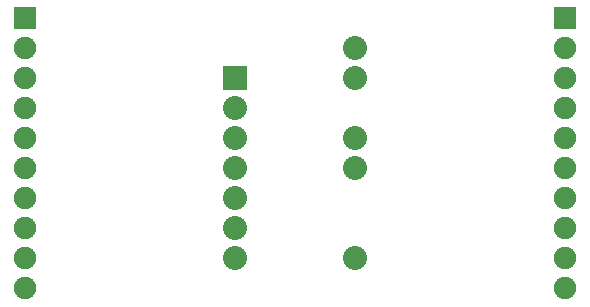
<source format=gbs>
G04 (created by PCBNEW-RS274X (2012-01-19 BZR 3256)-stable) date 1/26/2013 3:19:43 PM*
G01*
G70*
G90*
%MOIN*%
G04 Gerber Fmt 3.4, Leading zero omitted, Abs format*
%FSLAX34Y34*%
G04 APERTURE LIST*
%ADD10C,0.006000*%
%ADD11R,0.075000X0.075000*%
%ADD12C,0.075000*%
%ADD13R,0.080000X0.080000*%
%ADD14C,0.080000*%
G04 APERTURE END LIST*
G54D10*
G54D11*
X58000Y-45500D03*
G54D12*
X58000Y-46500D03*
X58000Y-47500D03*
X58000Y-48500D03*
X58000Y-49500D03*
X58000Y-50500D03*
X58000Y-51500D03*
X58000Y-52500D03*
X58000Y-53500D03*
X58000Y-54500D03*
G54D11*
X40000Y-45500D03*
G54D12*
X40000Y-46500D03*
X40000Y-47500D03*
X40000Y-48500D03*
X40000Y-49500D03*
X40000Y-50500D03*
X40000Y-51500D03*
X40000Y-52500D03*
X40000Y-53500D03*
X40000Y-54500D03*
G54D13*
X47000Y-47500D03*
G54D14*
X47000Y-48500D03*
X47000Y-50500D03*
X47000Y-52500D03*
X47000Y-53500D03*
X51000Y-53500D03*
X51000Y-49500D03*
X51000Y-47500D03*
X47000Y-49500D03*
X47000Y-51500D03*
X51000Y-46500D03*
X51000Y-50500D03*
M02*

</source>
